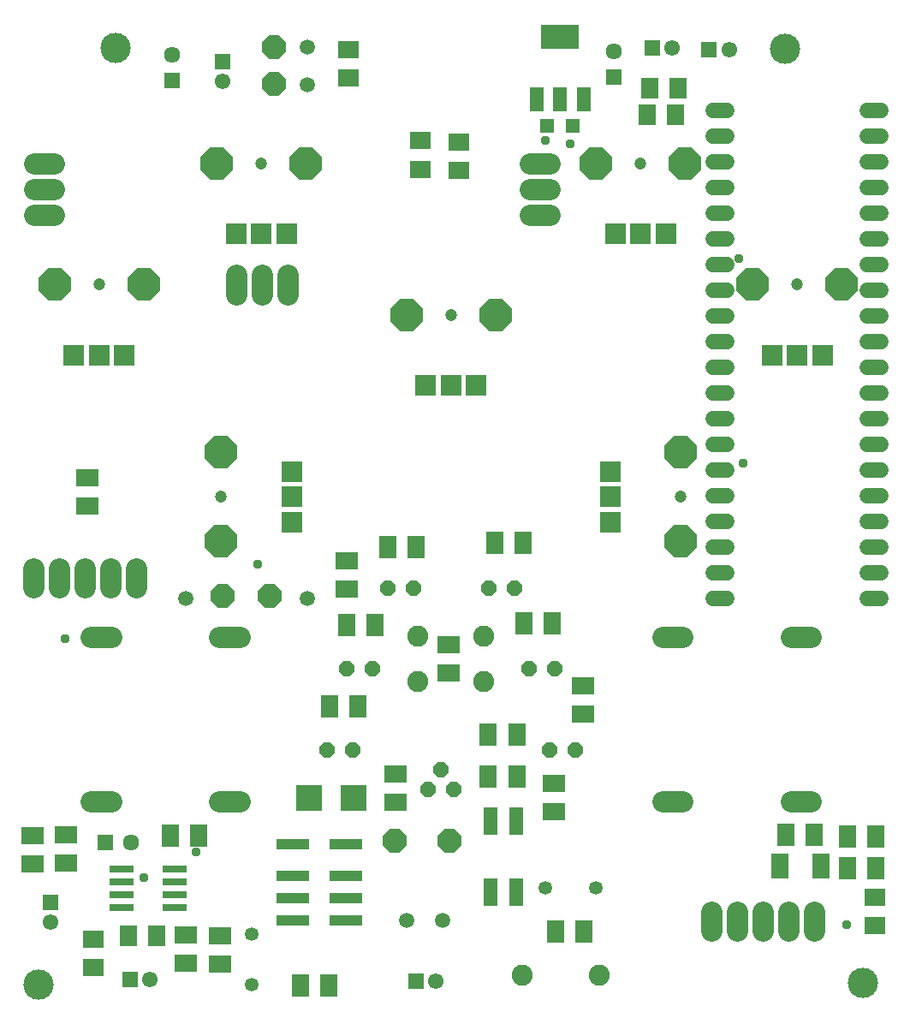
<source format=gbr>
G04 EAGLE Gerber X2 export*
%TF.Part,Single*%
%TF.FileFunction,Soldermask,Top,1*%
%TF.FilePolarity,Positive*%
%TF.GenerationSoftware,Autodesk,EAGLE,9.2.2*%
%TF.CreationDate,2019-03-16T21:44:51Z*%
G75*
%MOMM*%
%FSLAX34Y34*%
%LPD*%
%INSoldermask Top*%
%AMOC8*
5,1,8,0,0,1.08239X$1,22.5*%
G01*
%ADD10P,2.556822X8X202.500000*%
%ADD11R,1.553200X1.553200*%
%ADD12C,1.553200*%
%ADD13R,2.003200X1.803200*%
%ADD14R,1.803200X2.003200*%
%ADD15R,2.603200X2.603200*%
%ADD16C,1.611200*%
%ADD17R,1.611200X1.611200*%
%ADD18C,3.003200*%
%ADD19C,2.153200*%
%ADD20R,3.303200X1.003200*%
%ADD21R,1.473200X2.743200*%
%ADD22P,2.556822X8X22.500000*%
%ADD23P,1.649562X8X22.500000*%
%ADD24R,2.203200X1.803200*%
%ADD25R,1.803200X2.203200*%
%ADD26C,1.511200*%
%ADD27R,2.082800X2.082800*%
%ADD28P,3.467112X8X292.500000*%
%ADD29C,1.203200*%
%ADD30P,3.467112X8X22.500000*%
%ADD31P,3.467112X8X202.500000*%
%ADD32R,1.727200X0.533400*%
%ADD33R,1.473200X1.473200*%
%ADD34R,1.422400X2.438400*%
%ADD35R,3.803200X2.403200*%
%ADD36C,1.503200*%
%ADD37P,1.649562X8X202.500000*%
%ADD38C,2.082800*%
%ADD39C,2.159000*%
%ADD40C,2.082800*%
%ADD41R,2.403200X0.803200*%
%ADD42C,1.346200*%
%ADD43C,0.959600*%


D10*
X267672Y964694D03*
X267672Y928475D03*
D11*
X697770Y962330D03*
D12*
X717770Y962330D03*
D13*
X412595Y872038D03*
X412595Y844038D03*
X450737Y870599D03*
X450737Y842599D03*
D14*
X636299Y897536D03*
X664299Y897536D03*
X639425Y923765D03*
X667425Y923765D03*
D11*
X641639Y964091D03*
D12*
X661639Y964091D03*
D11*
X217134Y950560D03*
D12*
X217134Y930560D03*
D13*
X861632Y96183D03*
X861632Y124183D03*
D15*
X302066Y221866D03*
X346066Y221866D03*
D16*
X603556Y960896D03*
D17*
X603556Y935496D03*
D16*
X166692Y957507D03*
D17*
X166692Y932107D03*
D18*
X850000Y39085D03*
X35000Y37818D03*
D19*
X86750Y218850D02*
X106250Y218850D01*
X106250Y381150D02*
X86750Y381150D01*
X213750Y218850D02*
X233250Y218850D01*
X233250Y381150D02*
X213750Y381150D01*
D20*
X285941Y176872D03*
X285941Y144872D03*
X285941Y122872D03*
X285941Y100872D03*
X338941Y176872D03*
X338941Y144872D03*
X338941Y122872D03*
X338941Y100872D03*
D21*
X506899Y199394D03*
X481499Y199394D03*
X481499Y129394D03*
X506899Y129394D03*
D10*
X216767Y421827D03*
D22*
X263210Y421692D03*
D19*
X778750Y381150D02*
X798250Y381150D01*
X798250Y218850D02*
X778750Y218850D01*
X671250Y381150D02*
X651750Y381150D01*
X651750Y218850D02*
X671250Y218850D01*
D23*
X445478Y231057D03*
X432778Y250107D03*
X420078Y231057D03*
D24*
X440330Y346012D03*
X440330Y374012D03*
X572942Y333354D03*
X572942Y305354D03*
D25*
X543071Y395345D03*
X515071Y395345D03*
X514224Y474884D03*
X486224Y474884D03*
X408047Y470244D03*
X380047Y470244D03*
D24*
X387866Y218297D03*
X387866Y246297D03*
D25*
X507599Y243633D03*
X479599Y243633D03*
X479612Y285242D03*
X507612Y285242D03*
D24*
X544610Y208286D03*
X544610Y236286D03*
X339206Y429029D03*
X339206Y457029D03*
X82949Y510767D03*
X82949Y538767D03*
D25*
X862692Y184359D03*
X834692Y184359D03*
X862517Y153087D03*
X834517Y153087D03*
X773725Y186046D03*
X801725Y186046D03*
D13*
X341487Y962099D03*
X341487Y934099D03*
D26*
X702260Y901700D02*
X715340Y901700D01*
X715340Y876300D02*
X702260Y876300D01*
X702260Y850900D02*
X715340Y850900D01*
X715340Y825500D02*
X702260Y825500D01*
X702260Y800100D02*
X715340Y800100D01*
X715340Y774700D02*
X702260Y774700D01*
X702260Y749300D02*
X715340Y749300D01*
X715340Y723900D02*
X702260Y723900D01*
X702260Y698500D02*
X715340Y698500D01*
X715340Y673100D02*
X702260Y673100D01*
X702260Y647700D02*
X715340Y647700D01*
X715340Y622300D02*
X702260Y622300D01*
X702260Y596900D02*
X715340Y596900D01*
X715340Y571500D02*
X702260Y571500D01*
X702260Y546100D02*
X715340Y546100D01*
X715340Y520700D02*
X702260Y520700D01*
X702260Y495300D02*
X715340Y495300D01*
X715340Y469900D02*
X702260Y469900D01*
X702260Y444500D02*
X715340Y444500D01*
X715340Y419100D02*
X702260Y419100D01*
X854660Y901700D02*
X867740Y901700D01*
X867740Y876300D02*
X854660Y876300D01*
X854660Y850900D02*
X867740Y850900D01*
X867740Y825500D02*
X854660Y825500D01*
X854660Y800100D02*
X867740Y800100D01*
X867740Y774700D02*
X854660Y774700D01*
X854660Y749300D02*
X867740Y749300D01*
X867740Y723900D02*
X854660Y723900D01*
X854660Y698500D02*
X867740Y698500D01*
X867740Y673100D02*
X854660Y673100D01*
X854660Y647700D02*
X867740Y647700D01*
X867740Y622300D02*
X854660Y622300D01*
X854660Y596900D02*
X867740Y596900D01*
X867740Y571500D02*
X854660Y571500D01*
X854660Y546100D02*
X867740Y546100D01*
X867740Y520700D02*
X854660Y520700D01*
X854660Y495300D02*
X867740Y495300D01*
X867740Y469900D02*
X854660Y469900D01*
X854660Y444500D02*
X867740Y444500D01*
X867740Y419100D02*
X854660Y419100D01*
D27*
X760000Y660000D03*
X785000Y660000D03*
X810000Y660000D03*
D28*
X741000Y730000D03*
X829000Y730000D03*
D29*
X785000Y730000D03*
D27*
X285000Y495000D03*
X285000Y520000D03*
X285000Y545000D03*
D30*
X215000Y476000D03*
X215000Y564000D03*
D29*
X215000Y520000D03*
D27*
X605000Y780000D03*
X630000Y780000D03*
X655000Y780000D03*
D28*
X586000Y850000D03*
X674000Y850000D03*
D29*
X630000Y850000D03*
D27*
X600000Y545000D03*
X600000Y520000D03*
X600000Y495000D03*
D31*
X670000Y564000D03*
X670000Y476000D03*
D29*
X670000Y520000D03*
D27*
X417500Y630000D03*
X442500Y630000D03*
X467500Y630000D03*
D28*
X398500Y700000D03*
X486500Y700000D03*
D29*
X442500Y700000D03*
D32*
X808423Y145206D03*
X808423Y150032D03*
X808423Y155112D03*
X808423Y160192D03*
X808423Y165018D03*
X767783Y165018D03*
X767783Y160192D03*
X767783Y155112D03*
X767783Y150032D03*
X767783Y145206D03*
D27*
X69588Y660000D03*
X94588Y660000D03*
X119588Y660000D03*
D28*
X50588Y730000D03*
X138588Y730000D03*
D29*
X94588Y730000D03*
D33*
X537690Y887107D03*
X563090Y887107D03*
D34*
X527613Y913320D03*
X550727Y913320D03*
X573841Y913320D03*
D35*
X550727Y975298D03*
D36*
X300203Y419474D03*
X179936Y419108D03*
X300460Y964978D03*
X300460Y927386D03*
D37*
X405200Y430000D03*
X379800Y430000D03*
X505200Y430000D03*
X479800Y430000D03*
X545200Y350000D03*
X519800Y350000D03*
X565200Y270000D03*
X539800Y270000D03*
D25*
X367462Y393482D03*
X339462Y393482D03*
X350787Y313218D03*
X322787Y313218D03*
D37*
X365200Y350000D03*
X339800Y350000D03*
X345200Y270000D03*
X319800Y270000D03*
D38*
X30000Y430602D02*
X30000Y449398D01*
X55400Y449398D02*
X55400Y430602D01*
X80800Y430602D02*
X80800Y449398D01*
X106200Y449398D02*
X106200Y430602D01*
X131600Y430602D02*
X131600Y449398D01*
D39*
X49887Y799030D02*
X30329Y799030D01*
X30329Y824430D02*
X49887Y824430D01*
X49887Y849830D02*
X30329Y849830D01*
X520329Y799030D02*
X539887Y799030D01*
X539887Y824430D02*
X520329Y824430D01*
X520329Y849830D02*
X539887Y849830D01*
X280908Y739891D02*
X280908Y720333D01*
X255508Y720333D02*
X255508Y739891D01*
X230108Y739891D02*
X230108Y720333D01*
D27*
X230000Y780000D03*
X255000Y780000D03*
X280000Y780000D03*
D28*
X211000Y850000D03*
X299000Y850000D03*
D29*
X255000Y850000D03*
D40*
X475012Y382606D03*
X409988Y382606D03*
X475012Y337394D03*
X409988Y337394D03*
D25*
X193342Y184719D03*
X165342Y184719D03*
D24*
X62093Y185973D03*
X62093Y157973D03*
D11*
X46555Y119279D03*
D12*
X46555Y99279D03*
D16*
X126508Y178437D03*
D17*
X101108Y178437D03*
D11*
X125012Y42305D03*
D12*
X145012Y42305D03*
D13*
X88787Y54753D03*
X88787Y82753D03*
D14*
X123599Y85679D03*
X151599Y85679D03*
D41*
X116899Y139581D03*
X168899Y139581D03*
X116899Y152281D03*
X116899Y126881D03*
X116899Y114181D03*
X168899Y152281D03*
X168899Y126881D03*
X168899Y114181D03*
D42*
X245740Y37760D03*
X245740Y87760D03*
D24*
X213937Y86198D03*
X213937Y58198D03*
D25*
X293606Y36948D03*
X321606Y36948D03*
D11*
X407684Y41418D03*
D12*
X427684Y41418D03*
D40*
X512962Y47018D03*
X589162Y47018D03*
D25*
X574127Y90316D03*
X546127Y90316D03*
D42*
X535693Y133163D03*
X585693Y133163D03*
D24*
X180608Y58405D03*
X180608Y86405D03*
X29055Y185092D03*
X29055Y157092D03*
D38*
X700000Y109398D02*
X700000Y90602D01*
X725400Y90602D02*
X725400Y109398D01*
X750800Y109398D02*
X750800Y90602D01*
X776200Y90602D02*
X776200Y109398D01*
X801600Y109398D02*
X801600Y90602D01*
D18*
X110534Y963497D03*
X772959Y963223D03*
D36*
X398872Y100930D03*
X434417Y100930D03*
D22*
X387296Y179972D03*
X440846Y179972D03*
D43*
X138684Y143256D03*
X190500Y169164D03*
X834215Y97033D03*
X535845Y872562D03*
X560842Y868664D03*
X251652Y453752D03*
X731520Y553212D03*
X726948Y755904D03*
X60960Y379476D03*
M02*

</source>
